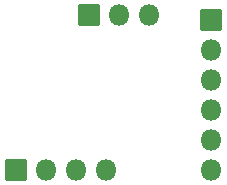
<source format=gbr>
%TF.GenerationSoftware,KiCad,Pcbnew,6.0.0*%
%TF.CreationDate,2022-01-23T14:48:09+02:00*%
%TF.ProjectId,hs-probe-adapter,68732d70-726f-4626-952d-616461707465,rev?*%
%TF.SameCoordinates,Original*%
%TF.FileFunction,Soldermask,Top*%
%TF.FilePolarity,Negative*%
%FSLAX46Y46*%
G04 Gerber Fmt 4.6, Leading zero omitted, Abs format (unit mm)*
G04 Created by KiCad (PCBNEW 6.0.0) date 2022-01-23 14:48:09*
%MOMM*%
%LPD*%
G01*
G04 APERTURE LIST*
G04 Aperture macros list*
%AMRoundRect*
0 Rectangle with rounded corners*
0 $1 Rounding radius*
0 $2 $3 $4 $5 $6 $7 $8 $9 X,Y pos of 4 corners*
0 Add a 4 corners polygon primitive as box body*
4,1,4,$2,$3,$4,$5,$6,$7,$8,$9,$2,$3,0*
0 Add four circle primitives for the rounded corners*
1,1,$1+$1,$2,$3*
1,1,$1+$1,$4,$5*
1,1,$1+$1,$6,$7*
1,1,$1+$1,$8,$9*
0 Add four rect primitives between the rounded corners*
20,1,$1+$1,$2,$3,$4,$5,0*
20,1,$1+$1,$4,$5,$6,$7,0*
20,1,$1+$1,$6,$7,$8,$9,0*
20,1,$1+$1,$8,$9,$2,$3,0*%
G04 Aperture macros list end*
%ADD10RoundRect,0.050000X0.850000X-0.850000X0.850000X0.850000X-0.850000X0.850000X-0.850000X-0.850000X0*%
%ADD11O,1.800000X1.800000*%
%ADD12RoundRect,0.050000X-0.850000X-0.850000X0.850000X-0.850000X0.850000X0.850000X-0.850000X0.850000X0*%
G04 APERTURE END LIST*
D10*
%TO.C,J3*%
X45000012Y-42250004D03*
D11*
X47540012Y-42250004D03*
X50080012Y-42250004D03*
%TD*%
D10*
%TO.C,J5*%
X38862000Y-55372000D03*
D11*
X41402000Y-55372000D03*
X43942000Y-55372000D03*
X46482000Y-55372000D03*
%TD*%
D12*
%TO.C,J4*%
X55350000Y-42650000D03*
D11*
X55350000Y-45190000D03*
X55350000Y-47730000D03*
X55350000Y-50270000D03*
X55350000Y-52810000D03*
X55350000Y-55350000D03*
%TD*%
M02*

</source>
